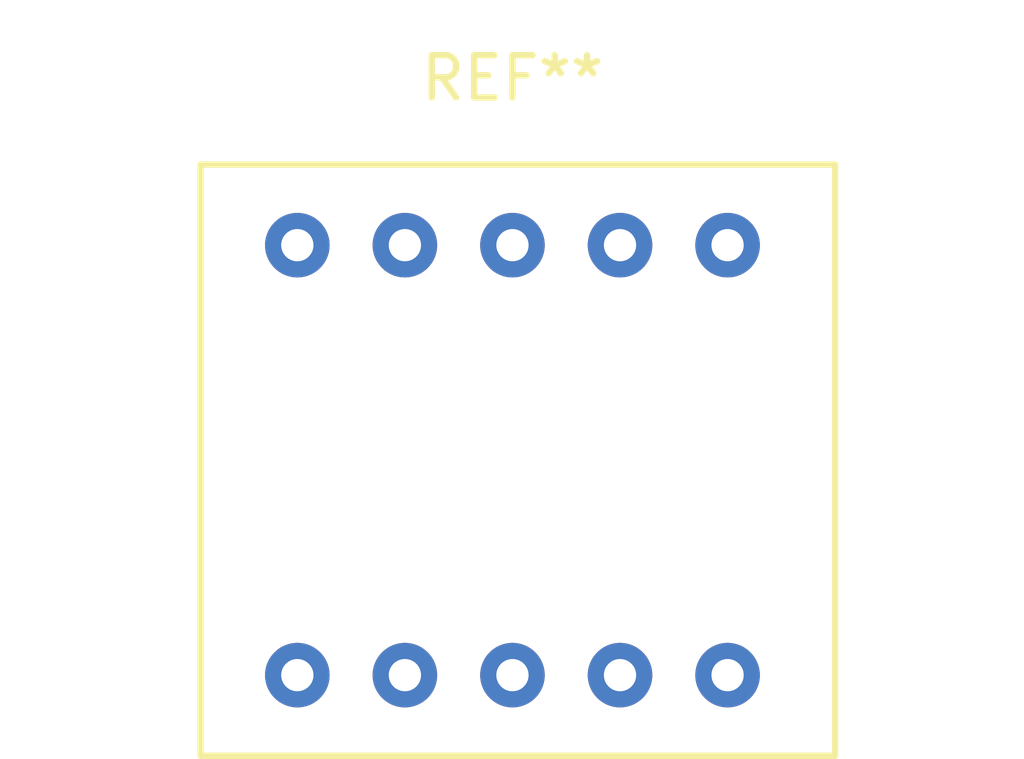
<source format=kicad_pcb>
(kicad_pcb (version 20241229) (generator "pcbnew") (generator_version "9.0")
  (layers (0 "F.Cu" signal) (2 "B.Cu" signal) (13 "F.Paste" user) (15 "B.Paste" user) (5 "F.SilkS" user) (7 "B.SilkS" user) (1 "F.Mask" user) (3 "B.Mask" user) (25 "Edge.Cuts" user))
  (net 0 "")
  (footprint "LED_THT:2-bit 7 segment display 0.36''" (layer "F.Cu") (at 155.0035 93.853)
    (property "Reference" "REF**" (at 0 -2.04 0) (layer "F.SilkS"))
    (property "Value" "2-bit 7 segment display 0.36''")
    (fp_line (start -7.366 0) (end 7.62 0) (stroke (width 0.15)) (layer "F.SilkS"))
    (fp_line (start -7.366 13.97) (end -7.366 0) (stroke (width 0.15)) (layer "F.SilkS"))
    (fp_line (start 7.62 0) (end 7.62 13.97) (stroke (width 0.15)) (layer "F.SilkS"))
    (fp_line (start 7.62 13.97) (end -7.366 13.97) (stroke (width 0.15)) (layer "F.SilkS"))
    (pad "1" thru_hole circle (at 2.54 1.905) (size 1.524 1.524) (drill 0.762) (layers "*.Cu" "*.Mask"))
    (pad "1" thru_hole circle (at 5.08 1.905) (size 1.524 1.524) (drill 0.762) (layers "*.Cu" "*.Mask"))
    (pad "2" thru_hole circle (at -5.08 1.905) (size 1.524 1.524) (drill 0.762) (layers "*.Cu" "*.Mask"))
    (pad "2" thru_hole circle (at -2.54 1.905) (size 1.524 1.524) (drill 0.762) (layers "*.Cu" "*.Mask"))
    (pad "2" thru_hole circle (at 0 1.905) (size 1.524 1.524) (drill 0.762) (layers "*.Cu" "*.Mask"))
    (pad "3" thru_hole circle (at 5.08 12.065) (size 1.524 1.524) (drill 0.762) (layers "*.Cu" "*.Mask"))
    (pad "4" thru_hole circle (at 2.54 12.065) (size 1.524 1.524) (drill 0.762) (layers "*.Cu" "*.Mask"))
    (pad "5" thru_hole circle (at 0 12.065) (size 1.524 1.524) (drill 0.762) (layers "*.Cu" "*.Mask"))
    (pad "6" thru_hole circle (at -2.54 12.065) (size 1.524 1.524) (drill 0.762) (layers "*.Cu" "*.Mask"))
    (pad "7" thru_hole circle (at -5.08 12.065) (size 1.524 1.524) (drill 0.762) (layers "*.Cu" "*.Mask"))
  )
)
</source>
